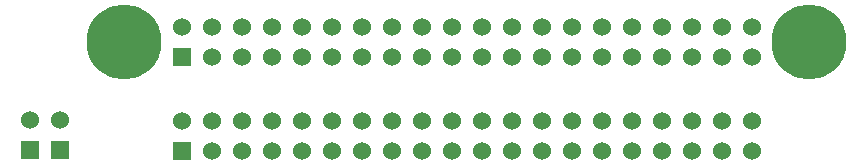
<source format=gbs>
G04 (created by PCBNEW (2013-05-31 BZR 4019)-stable) date 10/5/2014 5:30:30 PM*
%MOIN*%
G04 Gerber Fmt 3.4, Leading zero omitted, Abs format*
%FSLAX34Y34*%
G01*
G70*
G90*
G04 APERTURE LIST*
%ADD10C,0.00590551*%
%ADD11R,0.06X0.06*%
%ADD12C,0.06*%
%ADD13C,0.25*%
G04 APERTURE END LIST*
G54D10*
G54D11*
X6011Y-1956D03*
G54D12*
X6011Y-956D03*
X11011Y-1956D03*
X7011Y-956D03*
X12011Y-1956D03*
X8011Y-956D03*
X13011Y-1956D03*
X9011Y-956D03*
X14011Y-1956D03*
X10011Y-956D03*
X15011Y-1956D03*
X11011Y-956D03*
X16011Y-1956D03*
X12011Y-956D03*
X17011Y-1956D03*
X13011Y-956D03*
X18011Y-1956D03*
X14011Y-956D03*
X19011Y-1956D03*
X15011Y-956D03*
X20011Y-1956D03*
X16011Y-956D03*
X21011Y-1956D03*
X17011Y-956D03*
X18011Y-956D03*
X22011Y-1956D03*
X19011Y-956D03*
X21011Y-956D03*
X22011Y-956D03*
X23011Y-956D03*
X24011Y-956D03*
X23011Y-1956D03*
X24011Y-1956D03*
X7011Y-1956D03*
X8011Y-1956D03*
X9011Y-1956D03*
X10011Y-1956D03*
X25011Y-1956D03*
X25011Y-956D03*
X20011Y-956D03*
G54D13*
X26929Y-1456D03*
X4094Y-1456D03*
G54D11*
X1968Y-5066D03*
G54D12*
X1968Y-4066D03*
G54D11*
X944Y-5066D03*
G54D12*
X944Y-4066D03*
G54D11*
X6011Y-5106D03*
G54D12*
X6011Y-4106D03*
X11011Y-5106D03*
X7011Y-4106D03*
X12011Y-5106D03*
X8011Y-4106D03*
X13011Y-5106D03*
X9011Y-4106D03*
X14011Y-5106D03*
X10011Y-4106D03*
X15011Y-5106D03*
X11011Y-4106D03*
X16011Y-5106D03*
X12011Y-4106D03*
X17011Y-5106D03*
X13011Y-4106D03*
X18011Y-5106D03*
X14011Y-4106D03*
X19011Y-5106D03*
X15011Y-4106D03*
X20011Y-5106D03*
X16011Y-4106D03*
X21011Y-5106D03*
X17011Y-4106D03*
X18011Y-4106D03*
X22011Y-5106D03*
X19011Y-4106D03*
X21011Y-4106D03*
X22011Y-4106D03*
X23011Y-4106D03*
X24011Y-4106D03*
X23011Y-5106D03*
X24011Y-5106D03*
X7011Y-5106D03*
X8011Y-5106D03*
X9011Y-5106D03*
X10011Y-5106D03*
X25011Y-5106D03*
X25011Y-4106D03*
X20011Y-4106D03*
M02*

</source>
